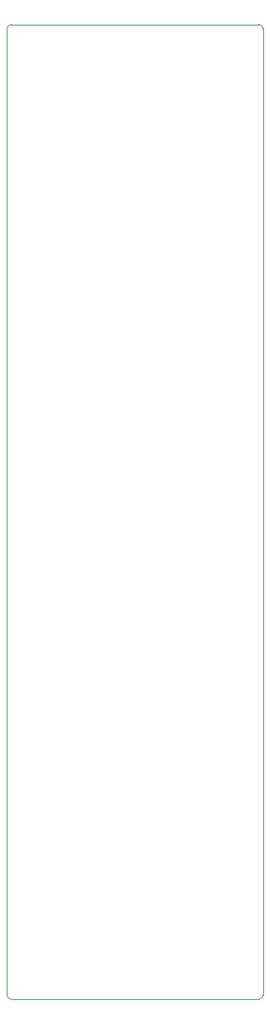
<source format=gbr>
%TF.GenerationSoftware,KiCad,Pcbnew,(6.0.9)*%
%TF.CreationDate,2023-01-29T17:20:29+01:00*%
%TF.ProjectId,wvtbl_main_board,77767462-6c5f-46d6-9169-6e5f626f6172,rev?*%
%TF.SameCoordinates,Original*%
%TF.FileFunction,Profile,NP*%
%FSLAX46Y46*%
G04 Gerber Fmt 4.6, Leading zero omitted, Abs format (unit mm)*
G04 Created by KiCad (PCBNEW (6.0.9)) date 2023-01-29 17:20:29*
%MOMM*%
%LPD*%
G01*
G04 APERTURE LIST*
%TA.AperFunction,Profile*%
%ADD10C,0.120000*%
%TD*%
%TA.AperFunction,Profile*%
%ADD11C,0.100000*%
%TD*%
G04 APERTURE END LIST*
D10*
%TO.C,PCB1*%
X35500000Y-154500000D02*
X35500000Y-45500000D01*
D11*
X36000000Y-45000000D02*
X64000000Y-45000000D01*
X36000000Y-155000000D02*
X64000000Y-155000000D01*
D10*
X64500000Y-45500000D02*
X64500000Y-154500000D01*
X35500000Y-154500000D02*
G75*
G03*
X36000000Y-155000000I500001J1D01*
G01*
X64000000Y-155000000D02*
G75*
G03*
X64500000Y-154500000I0J500000D01*
G01*
X64500000Y-45500000D02*
G75*
G03*
X64000000Y-45000000I-500000J0D01*
G01*
X36000000Y-45000000D02*
G75*
G03*
X35500000Y-45500000I1J-500001D01*
G01*
%TD*%
M02*

</source>
